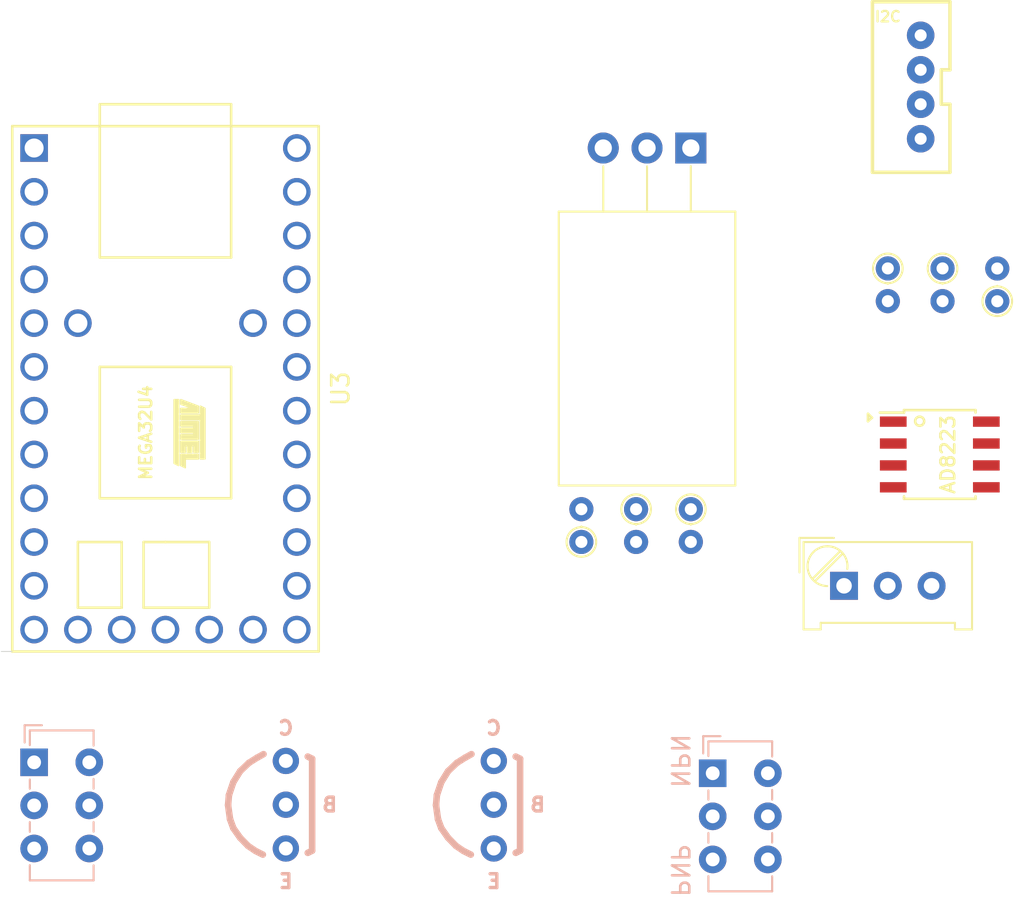
<source format=kicad_pcb>
(kicad_pcb (version 20171130) (host pcbnew "(5.1.5-0-10_14)")

  (general
    (thickness 1.6)
    (drawings 7)
    (tracks 0)
    (zones 0)
    (modules 15)
    (nets 42)
  )

  (page A4)
  (layers
    (0 F.Cu signal)
    (31 B.Cu signal)
    (32 B.Adhes user)
    (33 F.Adhes user)
    (34 B.Paste user)
    (35 F.Paste user)
    (36 B.SilkS user)
    (37 F.SilkS user)
    (38 B.Mask user)
    (39 F.Mask user)
    (40 Dwgs.User user)
    (41 Cmts.User user)
    (42 Eco1.User user)
    (43 Eco2.User user)
    (44 Edge.Cuts user)
    (45 Margin user)
    (46 B.CrtYd user)
    (47 F.CrtYd user)
    (48 B.Fab user)
    (49 F.Fab user)
  )

  (setup
    (last_trace_width 0.25)
    (trace_clearance 0.2)
    (zone_clearance 0.508)
    (zone_45_only no)
    (trace_min 0.2)
    (via_size 0.8)
    (via_drill 0.4)
    (via_min_size 0.4)
    (via_min_drill 0.3)
    (uvia_size 0.3)
    (uvia_drill 0.1)
    (uvias_allowed no)
    (uvia_min_size 0.2)
    (uvia_min_drill 0.1)
    (edge_width 0.05)
    (segment_width 0.2)
    (pcb_text_width 0.3)
    (pcb_text_size 1.5 1.5)
    (mod_edge_width 0.12)
    (mod_text_size 1 1)
    (mod_text_width 0.15)
    (pad_size 1.524 1.524)
    (pad_drill 0.762)
    (pad_to_mask_clearance 0.051)
    (solder_mask_min_width 0.25)
    (aux_axis_origin 0 0)
    (visible_elements FFFFFF7F)
    (pcbplotparams
      (layerselection 0x010fc_ffffffff)
      (usegerberextensions false)
      (usegerberattributes false)
      (usegerberadvancedattributes false)
      (creategerberjobfile false)
      (excludeedgelayer true)
      (linewidth 0.100000)
      (plotframeref false)
      (viasonmask false)
      (mode 1)
      (useauxorigin false)
      (hpglpennumber 1)
      (hpglpenspeed 20)
      (hpglpendiameter 15.000000)
      (psnegative false)
      (psa4output false)
      (plotreference true)
      (plotvalue true)
      (plotinvisibletext false)
      (padsonsilk false)
      (subtractmaskfromsilk false)
      (outputformat 1)
      (mirror false)
      (drillshape 1)
      (scaleselection 1)
      (outputdirectory ""))
  )

  (net 0 "")
  (net 1 VREF)
  (net 2 GND)
  (net 3 "Net-(Q1-Pad3)")
  (net 4 VA)
  (net 5 VB)
  (net 6 "Net-(R3-Pad1)")
  (net 7 "Net-(R3-Pad2)")
  (net 8 "Net-(RV1-Pad2)")
  (net 9 "Net-(SW2-Pad2)")
  (net 10 "Net-(SW2-Pad5)")
  (net 11 AOUT)
  (net 12 SCL)
  (net 13 SDA)
  (net 14 +5V)
  (net 15 "Net-(R1-Pad2)")
  (net 16 "Net-(R4-Pad1)")
  (net 17 "Net-(U3-Pad30)")
  (net 18 "Net-(U3-Pad27)")
  (net 19 "Net-(U3-Pad26)")
  (net 20 "Net-(U3-Pad25)")
  (net 21 "Net-(U3-Pad24)")
  (net 22 "Net-(U3-Pad23)")
  (net 23 "Net-(U3-Pad22)")
  (net 24 "Net-(U3-Pad21)")
  (net 25 "Net-(U3-Pad20)")
  (net 26 "Net-(U3-Pad19)")
  (net 27 "Net-(U3-Pad18)")
  (net 28 "Net-(U3-Pad17)")
  (net 29 "Net-(U3-Pad16)")
  (net 30 "Net-(U3-Pad14)")
  (net 31 "Net-(U3-Pad13)")
  (net 32 "Net-(U3-Pad12)")
  (net 33 "Net-(U3-Pad11)")
  (net 34 "Net-(U3-Pad10)")
  (net 35 "Net-(U3-Pad9)")
  (net 36 "Net-(U3-Pad8)")
  (net 37 "Net-(U3-Pad7)")
  (net 38 "Net-(U3-Pad4)")
  (net 39 "Net-(U3-Pad3)")
  (net 40 "Net-(U3-Pad2)")
  (net 41 "Net-(U3-Pad15)")

  (net_class Default "This is the default net class."
    (clearance 0.2)
    (trace_width 0.25)
    (via_dia 0.8)
    (via_drill 0.4)
    (uvia_dia 0.3)
    (uvia_drill 0.1)
    (add_net +5V)
    (add_net AOUT)
    (add_net GND)
    (add_net "Net-(Q1-Pad3)")
    (add_net "Net-(R1-Pad2)")
    (add_net "Net-(R3-Pad1)")
    (add_net "Net-(R3-Pad2)")
    (add_net "Net-(R4-Pad1)")
    (add_net "Net-(RV1-Pad2)")
    (add_net "Net-(SW2-Pad2)")
    (add_net "Net-(SW2-Pad5)")
    (add_net "Net-(U3-Pad10)")
    (add_net "Net-(U3-Pad11)")
    (add_net "Net-(U3-Pad12)")
    (add_net "Net-(U3-Pad13)")
    (add_net "Net-(U3-Pad14)")
    (add_net "Net-(U3-Pad15)")
    (add_net "Net-(U3-Pad16)")
    (add_net "Net-(U3-Pad17)")
    (add_net "Net-(U3-Pad18)")
    (add_net "Net-(U3-Pad19)")
    (add_net "Net-(U3-Pad2)")
    (add_net "Net-(U3-Pad20)")
    (add_net "Net-(U3-Pad21)")
    (add_net "Net-(U3-Pad22)")
    (add_net "Net-(U3-Pad23)")
    (add_net "Net-(U3-Pad24)")
    (add_net "Net-(U3-Pad25)")
    (add_net "Net-(U3-Pad26)")
    (add_net "Net-(U3-Pad27)")
    (add_net "Net-(U3-Pad3)")
    (add_net "Net-(U3-Pad30)")
    (add_net "Net-(U3-Pad4)")
    (add_net "Net-(U3-Pad7)")
    (add_net "Net-(U3-Pad8)")
    (add_net "Net-(U3-Pad9)")
    (add_net SCL)
    (add_net SDA)
    (add_net VA)
    (add_net VB)
    (add_net VREF)
  )

  (module teensy:Teensy2.0 (layer F.Cu) (tedit 5D5219BD) (tstamp 5E76F2A1)
    (at 93.345 41.91 270)
    (descr 11)
    (path /5E786984)
    (fp_text reference U3 (at 0 -10.16 90) (layer F.SilkS)
      (effects (font (size 1 1) (thickness 0.15)))
    )
    (fp_text value "Teensy2.0_(Arduino)" (at -10.795 -27.305 90) (layer F.Fab) hide
      (effects (font (size 1 1) (thickness 0.15)))
    )
    (fp_text user MEGA32U4 (at 2.54 1.143 90) (layer F.SilkS)
      (effects (font (size 0.7 0.7) (thickness 0.15)))
    )
    (fp_poly (pts (xy 0.635 -0.762) (xy 4.445 -0.762) (xy 4.318 -0.508) (xy 0.635 -0.508)) (layer F.SilkS) (width 0.1))
    (fp_poly (pts (xy 1.397 -0.889) (xy 1.397 -1.905) (xy 1.016 -1.905) (xy 0.635 -0.889)
      (xy 0.889 -0.889) (xy 1.143 -1.651) (xy 1.143 -0.889)) (layer F.SilkS) (width 0.1))
    (fp_poly (pts (xy 4.064 -2.032) (xy 1.778 -2.032) (xy 1.778 -0.889) (xy 1.524 -0.889)
      (xy 1.524 -2.032) (xy 1.016 -2.032) (xy 1.143 -2.286) (xy 4.064 -2.286)) (layer F.SilkS) (width 0.1))
    (fp_poly (pts (xy 2.921 -0.889) (xy 2.921 -1.905) (xy 1.905 -1.905) (xy 1.905 -0.889)
      (xy 2.159 -0.889) (xy 2.159 -1.651) (xy 2.286 -1.651) (xy 2.286 -0.889)
      (xy 2.54 -0.889) (xy 2.54 -1.651) (xy 2.667 -1.651) (xy 2.667 -0.889)) (layer F.SilkS) (width 0.1))
    (fp_poly (pts (xy 3.81 -1.905) (xy 3.81 -0.889) (xy 4.445 -0.889) (xy 4.572 -1.143)
      (xy 4.064 -1.143) (xy 4.064 -1.905)) (layer F.SilkS) (width 0.1))
    (fp_poly (pts (xy 3.048 -1.905) (xy 3.683 -1.905) (xy 3.683 -1.651) (xy 3.302 -1.651)
      (xy 3.302 -1.524) (xy 3.683 -1.524) (xy 3.683 -1.27) (xy 3.302 -1.27)
      (xy 3.302 -1.143) (xy 3.683 -1.143) (xy 3.683 -0.889) (xy 3.048 -0.889)) (layer F.SilkS) (width 0.1))
    (fp_line (start -15.24 8.89) (end -15.24 -8.89) (layer F.SilkS) (width 0.15))
    (fp_line (start 15.24 8.89) (end -15.24 8.89) (layer F.SilkS) (width 0.15))
    (fp_line (start 15.24 -8.89) (end 15.24 8.89) (layer F.SilkS) (width 0.15))
    (fp_line (start -15.24 -8.89) (end 15.24 -8.89) (layer F.SilkS) (width 0.15))
    (fp_line (start -7.62 -3.81) (end -7.62 3.81) (layer F.SilkS) (width 0.15))
    (fp_line (start -16.51 -3.81) (end -7.62 -3.81) (layer F.SilkS) (width 0.15))
    (fp_line (start -16.51 3.81) (end -16.51 -3.81) (layer F.SilkS) (width 0.15))
    (fp_line (start -7.62 3.81) (end -16.51 3.81) (layer F.SilkS) (width 0.15))
    (fp_line (start -1.27 -3.81) (end -1.27 3.81) (layer F.SilkS) (width 0.15))
    (fp_line (start 6.35 -3.81) (end -1.27 -3.81) (layer F.SilkS) (width 0.15))
    (fp_line (start 6.35 3.81) (end 6.35 -3.81) (layer F.SilkS) (width 0.15))
    (fp_line (start -1.27 3.81) (end 6.35 3.81) (layer F.SilkS) (width 0.15))
    (fp_line (start 12.7 1.27) (end 12.7 -2.54) (layer F.SilkS) (width 0.15))
    (fp_line (start 8.89 1.27) (end 12.7 1.27) (layer F.SilkS) (width 0.15))
    (fp_line (start 8.89 0) (end 8.89 1.27) (layer F.SilkS) (width 0.15))
    (fp_line (start 8.89 -2.54) (end 8.89 0) (layer F.SilkS) (width 0.15))
    (fp_line (start 12.7 -2.54) (end 8.89 -2.54) (layer F.SilkS) (width 0.15))
    (fp_line (start 12.7 5.08) (end 12.7 2.54) (layer F.SilkS) (width 0.15))
    (fp_line (start 8.89 5.08) (end 12.7 5.08) (layer F.SilkS) (width 0.15))
    (fp_line (start 8.89 2.54) (end 8.89 5.08) (layer F.SilkS) (width 0.15))
    (fp_line (start 12.7 2.54) (end 8.89 2.54) (layer F.SilkS) (width 0.15))
    (pad 31 thru_hole circle (at -3.81 -5.08 270) (size 1.6 1.6) (drill 1.1) (layers *.Cu *.Mask)
      (net 1 VREF))
    (pad 30 thru_hole circle (at -3.81 5.08 270) (size 1.6 1.6) (drill 1.1) (layers *.Cu *.Mask)
      (net 17 "Net-(U3-Pad30)"))
    (pad 29 thru_hole circle (at -13.97 -7.62 270) (size 1.6 1.6) (drill 1.1) (layers *.Cu *.Mask)
      (net 14 +5V))
    (pad 28 thru_hole circle (at -11.43 -7.62 270) (size 1.6 1.6) (drill 1.1) (layers *.Cu *.Mask)
      (net 11 AOUT))
    (pad 27 thru_hole circle (at -8.89 -7.62 270) (size 1.6 1.6) (drill 1.1) (layers *.Cu *.Mask)
      (net 18 "Net-(U3-Pad27)"))
    (pad 26 thru_hole circle (at -6.35 -7.62 270) (size 1.6 1.6) (drill 1.1) (layers *.Cu *.Mask)
      (net 19 "Net-(U3-Pad26)"))
    (pad 25 thru_hole circle (at -3.81 -7.62 270) (size 1.6 1.6) (drill 1.1) (layers *.Cu *.Mask)
      (net 20 "Net-(U3-Pad25)"))
    (pad 24 thru_hole circle (at -1.27 -7.62 270) (size 1.6 1.6) (drill 1.1) (layers *.Cu *.Mask)
      (net 21 "Net-(U3-Pad24)"))
    (pad 23 thru_hole circle (at 1.27 -7.62 270) (size 1.6 1.6) (drill 1.1) (layers *.Cu *.Mask)
      (net 22 "Net-(U3-Pad23)"))
    (pad 22 thru_hole circle (at 3.81 -7.62 270) (size 1.6 1.6) (drill 1.1) (layers *.Cu *.Mask)
      (net 23 "Net-(U3-Pad22)"))
    (pad 21 thru_hole circle (at 6.35 -7.62 270) (size 1.6 1.6) (drill 1.1) (layers *.Cu *.Mask)
      (net 24 "Net-(U3-Pad21)"))
    (pad 20 thru_hole circle (at 8.89 -7.62 270) (size 1.6 1.6) (drill 1.1) (layers *.Cu *.Mask)
      (net 25 "Net-(U3-Pad20)"))
    (pad 19 thru_hole circle (at 11.43 -7.62 270) (size 1.6 1.6) (drill 1.1) (layers *.Cu *.Mask)
      (net 26 "Net-(U3-Pad19)"))
    (pad 18 thru_hole circle (at 13.97 -7.62 270) (size 1.6 1.6) (drill 1.1) (layers *.Cu *.Mask)
      (net 27 "Net-(U3-Pad18)"))
    (pad 17 thru_hole circle (at 13.97 -5.08 270) (size 1.6 1.6) (drill 1.1) (layers *.Cu *.Mask)
      (net 28 "Net-(U3-Pad17)"))
    (pad 16 thru_hole circle (at 13.97 -2.54 270) (size 1.6 1.6) (drill 1.1) (layers *.Cu *.Mask)
      (net 29 "Net-(U3-Pad16)"))
    (pad 14 thru_hole circle (at 13.97 2.54 270) (size 1.6 1.6) (drill 1.1) (layers *.Cu *.Mask)
      (net 30 "Net-(U3-Pad14)"))
    (pad 13 thru_hole circle (at 13.97 5.08 270) (size 1.6 1.6) (drill 1.1) (layers *.Cu *.Mask)
      (net 31 "Net-(U3-Pad13)"))
    (pad 12 thru_hole circle (at 13.97 7.62 270) (size 1.6 1.6) (drill 1.1) (layers *.Cu *.Mask)
      (net 32 "Net-(U3-Pad12)"))
    (pad 11 thru_hole circle (at 11.43 7.62 270) (size 1.6 1.6) (drill 1.1) (layers *.Cu *.Mask)
      (net 33 "Net-(U3-Pad11)"))
    (pad 10 thru_hole circle (at 8.89 7.62 270) (size 1.6 1.6) (drill 1.1) (layers *.Cu *.Mask)
      (net 34 "Net-(U3-Pad10)"))
    (pad 9 thru_hole circle (at 6.35 7.62 270) (size 1.6 1.6) (drill 1.1) (layers *.Cu *.Mask)
      (net 35 "Net-(U3-Pad9)"))
    (pad 8 thru_hole circle (at 3.81 7.62 270) (size 1.6 1.6) (drill 1.1) (layers *.Cu *.Mask)
      (net 36 "Net-(U3-Pad8)"))
    (pad 7 thru_hole circle (at 1.27 7.62 270) (size 1.6 1.6) (drill 1.1) (layers *.Cu *.Mask)
      (net 37 "Net-(U3-Pad7)"))
    (pad 6 thru_hole circle (at -1.27 7.62 270) (size 1.6 1.6) (drill 1.1) (layers *.Cu *.Mask)
      (net 13 SDA))
    (pad 5 thru_hole circle (at -3.81 7.62 270) (size 1.6 1.6) (drill 1.1) (layers *.Cu *.Mask)
      (net 12 SCL))
    (pad 4 thru_hole circle (at -6.35 7.62 270) (size 1.6 1.6) (drill 1.1) (layers *.Cu *.Mask)
      (net 38 "Net-(U3-Pad4)"))
    (pad 3 thru_hole circle (at -8.89 7.62 270) (size 1.6 1.6) (drill 1.1) (layers *.Cu *.Mask)
      (net 39 "Net-(U3-Pad3)"))
    (pad 2 thru_hole circle (at -11.43 7.62 270) (size 1.6 1.6) (drill 1.1) (layers *.Cu *.Mask)
      (net 40 "Net-(U3-Pad2)"))
    (pad 1 thru_hole rect (at -13.97 7.62 270) (size 1.6 1.6) (drill 1.1) (layers *.Cu *.Mask)
      (net 2 GND))
    (pad 15 thru_hole circle (at 13.97 0 270) (size 1.6 1.6) (drill 1.1) (layers *.Cu *.Mask)
      (net 41 "Net-(U3-Pad15)"))
  )

  (module KiCad/Resistors_ThroughHole.pretty:R_Axial_DIN0204_L3.6mm_D1.6mm_P1.90mm_Vertical (layer F.Cu) (tedit 5874F706) (tstamp 5E76189F)
    (at 135.255 34.925 270)
    (descr "Resistor, Axial_DIN0204 series, Axial, Vertical, pin pitch=1.9mm, 0.16666666666666666W = 1/6W, length*diameter=3.6*1.6mm^2, http://cdn-reichelt.de/documents/datenblatt/B400/1_4W%23YAG.pdf")
    (tags "Resistor Axial_DIN0204 series Axial Vertical pin pitch 1.9mm 0.16666666666666666W = 1/6W length 3.6mm diameter 1.6mm")
    (path /5E7B97AD)
    (fp_text reference R7 (at 0.95 -1.86 90) (layer F.SilkS) hide
      (effects (font (size 1 1) (thickness 0.15)))
    )
    (fp_text value 4K7 (at -1.27 0 180) (layer F.Fab)
      (effects (font (size 1 1) (thickness 0.15)))
    )
    (fp_line (start 2.95 -1.15) (end -1.15 -1.15) (layer F.CrtYd) (width 0.05))
    (fp_line (start 2.95 1.15) (end 2.95 -1.15) (layer F.CrtYd) (width 0.05))
    (fp_line (start -1.15 1.15) (end 2.95 1.15) (layer F.CrtYd) (width 0.05))
    (fp_line (start -1.15 -1.15) (end -1.15 1.15) (layer F.CrtYd) (width 0.05))
    (fp_line (start 0.86 0) (end 0.9 0) (layer F.SilkS) (width 0.12))
    (fp_line (start 0 0) (end 1.9 0) (layer F.Fab) (width 0.1))
    (fp_circle (center 0 0) (end 0.86 0) (layer F.SilkS) (width 0.12))
    (fp_circle (center 0 0) (end 0.8 0) (layer F.Fab) (width 0.1))
    (pad 2 thru_hole oval (at 1.9 0 270) (size 1.4 1.4) (drill 0.7) (layers *.Cu *.Mask)
      (net 14 +5V))
    (pad 1 thru_hole circle (at 0 0 270) (size 1.4 1.4) (drill 0.7) (layers *.Cu *.Mask)
      (net 13 SDA))
    (model ${KISYS3DMOD}/Resistors_THT.3dshapes/R_Axial_DIN0204_L3.6mm_D1.6mm_P1.90mm_Vertical.wrl
      (at (xyz 0 0 0))
      (scale (xyz 0.393701 0.393701 0.393701))
      (rotate (xyz 0 0 0))
    )
  )

  (module KiCad/Resistors_ThroughHole.pretty:R_Axial_DIN0204_L3.6mm_D1.6mm_P1.90mm_Vertical (layer F.Cu) (tedit 5874F706) (tstamp 5E761891)
    (at 138.43 34.925 270)
    (descr "Resistor, Axial_DIN0204 series, Axial, Vertical, pin pitch=1.9mm, 0.16666666666666666W = 1/6W, length*diameter=3.6*1.6mm^2, http://cdn-reichelt.de/documents/datenblatt/B400/1_4W%23YAG.pdf")
    (tags "Resistor Axial_DIN0204 series Axial Vertical pin pitch 1.9mm 0.16666666666666666W = 1/6W length 3.6mm diameter 1.6mm")
    (path /5E7A0721)
    (fp_text reference R6 (at 0.95 -1.86 90) (layer F.SilkS) hide
      (effects (font (size 1 1) (thickness 0.15)))
    )
    (fp_text value 4K7 (at -1.275 0 180) (layer F.Fab)
      (effects (font (size 1 1) (thickness 0.15)))
    )
    (fp_line (start 2.95 -1.15) (end -1.15 -1.15) (layer F.CrtYd) (width 0.05))
    (fp_line (start 2.95 1.15) (end 2.95 -1.15) (layer F.CrtYd) (width 0.05))
    (fp_line (start -1.15 1.15) (end 2.95 1.15) (layer F.CrtYd) (width 0.05))
    (fp_line (start -1.15 -1.15) (end -1.15 1.15) (layer F.CrtYd) (width 0.05))
    (fp_line (start 0.86 0) (end 0.9 0) (layer F.SilkS) (width 0.12))
    (fp_line (start 0 0) (end 1.9 0) (layer F.Fab) (width 0.1))
    (fp_circle (center 0 0) (end 0.86 0) (layer F.SilkS) (width 0.12))
    (fp_circle (center 0 0) (end 0.8 0) (layer F.Fab) (width 0.1))
    (pad 2 thru_hole oval (at 1.9 0 270) (size 1.4 1.4) (drill 0.7) (layers *.Cu *.Mask)
      (net 14 +5V))
    (pad 1 thru_hole circle (at 0 0 270) (size 1.4 1.4) (drill 0.7) (layers *.Cu *.Mask)
      (net 12 SCL))
    (model ${KISYS3DMOD}/Resistors_THT.3dshapes/R_Axial_DIN0204_L3.6mm_D1.6mm_P1.90mm_Vertical.wrl
      (at (xyz 0 0 0))
      (scale (xyz 0.393701 0.393701 0.393701))
      (rotate (xyz 0 0 0))
    )
  )

  (module KiCad/Resistors_ThroughHole.pretty:R_Axial_DIN0204_L3.6mm_D1.6mm_P1.90mm_Vertical (layer F.Cu) (tedit 5874F706) (tstamp 5E764865)
    (at 117.475 50.795 90)
    (descr "Resistor, Axial_DIN0204 series, Axial, Vertical, pin pitch=1.9mm, 0.16666666666666666W = 1/6W, length*diameter=3.6*1.6mm^2, http://cdn-reichelt.de/documents/datenblatt/B400/1_4W%23YAG.pdf")
    (tags "Resistor Axial_DIN0204 series Axial Vertical pin pitch 1.9mm 0.16666666666666666W = 1/6W length 3.6mm diameter 1.6mm")
    (path /5E74A642)
    (fp_text reference R5 (at 0.95 -1.86 90) (layer F.SilkS) hide
      (effects (font (size 1 1) (thickness 0.15)))
    )
    (fp_text value 220 (at -1.275 0 180) (layer F.Fab)
      (effects (font (size 1 1) (thickness 0.15)))
    )
    (fp_line (start 2.95 -1.15) (end -1.15 -1.15) (layer F.CrtYd) (width 0.05))
    (fp_line (start 2.95 1.15) (end 2.95 -1.15) (layer F.CrtYd) (width 0.05))
    (fp_line (start -1.15 1.15) (end 2.95 1.15) (layer F.CrtYd) (width 0.05))
    (fp_line (start -1.15 -1.15) (end -1.15 1.15) (layer F.CrtYd) (width 0.05))
    (fp_line (start 0.86 0) (end 0.9 0) (layer F.SilkS) (width 0.12))
    (fp_line (start 0 0) (end 1.9 0) (layer F.Fab) (width 0.1))
    (fp_circle (center 0 0) (end 0.86 0) (layer F.SilkS) (width 0.12))
    (fp_circle (center 0 0) (end 0.8 0) (layer F.Fab) (width 0.1))
    (pad 2 thru_hole oval (at 1.9 0 90) (size 1.4 1.4) (drill 0.7) (layers *.Cu *.Mask)
      (net 16 "Net-(R4-Pad1)"))
    (pad 1 thru_hole circle (at 0 0 90) (size 1.4 1.4) (drill 0.7) (layers *.Cu *.Mask)
      (net 2 GND))
    (model ${KISYS3DMOD}/Resistors_THT.3dshapes/R_Axial_DIN0204_L3.6mm_D1.6mm_P1.90mm_Vertical.wrl
      (at (xyz 0 0 0))
      (scale (xyz 0.393701 0.393701 0.393701))
      (rotate (xyz 0 0 0))
    )
  )

  (module KiCad/Resistors_ThroughHole.pretty:R_Axial_DIN0204_L3.6mm_D1.6mm_P1.90mm_Vertical (layer F.Cu) (tedit 5874F706) (tstamp 5E76FC34)
    (at 120.65 48.895 270)
    (descr "Resistor, Axial_DIN0204 series, Axial, Vertical, pin pitch=1.9mm, 0.16666666666666666W = 1/6W, length*diameter=3.6*1.6mm^2, http://cdn-reichelt.de/documents/datenblatt/B400/1_4W%23YAG.pdf")
    (tags "Resistor Axial_DIN0204 series Axial Vertical pin pitch 1.9mm 0.16666666666666666W = 1/6W length 3.6mm diameter 1.6mm")
    (path /5E749CF5)
    (fp_text reference R4 (at 0.95 -1.86 90) (layer F.SilkS) hide
      (effects (font (size 1 1) (thickness 0.15)))
    )
    (fp_text value 220 (at 3.175 0) (layer F.Fab)
      (effects (font (size 1 1) (thickness 0.15)))
    )
    (fp_line (start 2.95 -1.15) (end -1.15 -1.15) (layer F.CrtYd) (width 0.05))
    (fp_line (start 2.95 1.15) (end 2.95 -1.15) (layer F.CrtYd) (width 0.05))
    (fp_line (start -1.15 1.15) (end 2.95 1.15) (layer F.CrtYd) (width 0.05))
    (fp_line (start -1.15 -1.15) (end -1.15 1.15) (layer F.CrtYd) (width 0.05))
    (fp_line (start 0.86 0) (end 0.9 0) (layer F.SilkS) (width 0.12))
    (fp_line (start 0 0) (end 1.9 0) (layer F.Fab) (width 0.1))
    (fp_circle (center 0 0) (end 0.86 0) (layer F.SilkS) (width 0.12))
    (fp_circle (center 0 0) (end 0.8 0) (layer F.Fab) (width 0.1))
    (pad 2 thru_hole oval (at 1.9 0 270) (size 1.4 1.4) (drill 0.7) (layers *.Cu *.Mask)
      (net 1 VREF))
    (pad 1 thru_hole circle (at 0 0 270) (size 1.4 1.4) (drill 0.7) (layers *.Cu *.Mask)
      (net 16 "Net-(R4-Pad1)"))
    (model ${KISYS3DMOD}/Resistors_THT.3dshapes/R_Axial_DIN0204_L3.6mm_D1.6mm_P1.90mm_Vertical.wrl
      (at (xyz 0 0 0))
      (scale (xyz 0.393701 0.393701 0.393701))
      (rotate (xyz 0 0 0))
    )
  )

  (module KiCad/Resistors_ThroughHole.pretty:R_Axial_DIN0204_L3.6mm_D1.6mm_P1.90mm_Vertical (layer F.Cu) (tedit 5874F706) (tstamp 5E7651D7)
    (at 141.605 36.83 90)
    (descr "Resistor, Axial_DIN0204 series, Axial, Vertical, pin pitch=1.9mm, 0.16666666666666666W = 1/6W, length*diameter=3.6*1.6mm^2, http://cdn-reichelt.de/documents/datenblatt/B400/1_4W%23YAG.pdf")
    (tags "Resistor Axial_DIN0204 series Axial Vertical pin pitch 1.9mm 0.16666666666666666W = 1/6W length 3.6mm diameter 1.6mm")
    (path /5E748770)
    (fp_text reference R3 (at 0.95 -1.86 90) (layer F.SilkS) hide
      (effects (font (size 1 1) (thickness 0.15)))
    )
    (fp_text value 100 (at 3.175 0 180) (layer F.Fab)
      (effects (font (size 1 1) (thickness 0.15)))
    )
    (fp_line (start 2.95 -1.15) (end -1.15 -1.15) (layer F.CrtYd) (width 0.05))
    (fp_line (start 2.95 1.15) (end 2.95 -1.15) (layer F.CrtYd) (width 0.05))
    (fp_line (start -1.15 1.15) (end 2.95 1.15) (layer F.CrtYd) (width 0.05))
    (fp_line (start -1.15 -1.15) (end -1.15 1.15) (layer F.CrtYd) (width 0.05))
    (fp_line (start 0.86 0) (end 0.9 0) (layer F.SilkS) (width 0.12))
    (fp_line (start 0 0) (end 1.9 0) (layer F.Fab) (width 0.1))
    (fp_circle (center 0 0) (end 0.86 0) (layer F.SilkS) (width 0.12))
    (fp_circle (center 0 0) (end 0.8 0) (layer F.Fab) (width 0.1))
    (pad 2 thru_hole oval (at 1.9 0 90) (size 1.4 1.4) (drill 0.7) (layers *.Cu *.Mask)
      (net 7 "Net-(R3-Pad2)"))
    (pad 1 thru_hole circle (at 0 0 90) (size 1.4 1.4) (drill 0.7) (layers *.Cu *.Mask)
      (net 6 "Net-(R3-Pad1)"))
    (model ${KISYS3DMOD}/Resistors_THT.3dshapes/R_Axial_DIN0204_L3.6mm_D1.6mm_P1.90mm_Vertical.wrl
      (at (xyz 0 0 0))
      (scale (xyz 0.393701 0.393701 0.393701))
      (rotate (xyz 0 0 0))
    )
  )

  (module KiCad/Resistors_ThroughHole.pretty:R_Axial_DIN0204_L3.6mm_D1.6mm_P1.90mm_Vertical (layer F.Cu) (tedit 5874F706) (tstamp 5E76FC5B)
    (at 123.825 48.895 270)
    (descr "Resistor, Axial_DIN0204 series, Axial, Vertical, pin pitch=1.9mm, 0.16666666666666666W = 1/6W, length*diameter=3.6*1.6mm^2, http://cdn-reichelt.de/documents/datenblatt/B400/1_4W%23YAG.pdf")
    (tags "Resistor Axial_DIN0204 series Axial Vertical pin pitch 1.9mm 0.16666666666666666W = 1/6W length 3.6mm diameter 1.6mm")
    (path /5E754E85)
    (fp_text reference R1 (at 0.95 -1.86 90) (layer F.SilkS) hide
      (effects (font (size 1 1) (thickness 0.15)))
    )
    (fp_text value 10K (at 3.17 0 180) (layer F.Fab)
      (effects (font (size 1 1) (thickness 0.15)))
    )
    (fp_line (start 2.95 -1.15) (end -1.15 -1.15) (layer F.CrtYd) (width 0.05))
    (fp_line (start 2.95 1.15) (end 2.95 -1.15) (layer F.CrtYd) (width 0.05))
    (fp_line (start -1.15 1.15) (end 2.95 1.15) (layer F.CrtYd) (width 0.05))
    (fp_line (start -1.15 -1.15) (end -1.15 1.15) (layer F.CrtYd) (width 0.05))
    (fp_line (start 0.86 0) (end 0.9 0) (layer F.SilkS) (width 0.12))
    (fp_line (start 0 0) (end 1.9 0) (layer F.Fab) (width 0.1))
    (fp_circle (center 0 0) (end 0.86 0) (layer F.SilkS) (width 0.12))
    (fp_circle (center 0 0) (end 0.8 0) (layer F.Fab) (width 0.1))
    (pad 2 thru_hole oval (at 1.9 0 270) (size 1.4 1.4) (drill 0.7) (layers *.Cu *.Mask)
      (net 15 "Net-(R1-Pad2)"))
    (pad 1 thru_hole circle (at 0 0 270) (size 1.4 1.4) (drill 0.7) (layers *.Cu *.Mask)
      (net 3 "Net-(Q1-Pad3)"))
    (model ${KISYS3DMOD}/Resistors_THT.3dshapes/R_Axial_DIN0204_L3.6mm_D1.6mm_P1.90mm_Vertical.wrl
      (at (xyz 0 0 0))
      (scale (xyz 0.393701 0.393701 0.393701))
      (rotate (xyz 0 0 0))
    )
  )

  (module KiCad/TO_SOT_Packages_THT.pretty:TO-220-3_Horizontal (layer F.Cu) (tedit 58CE52AD) (tstamp 5E76FED9)
    (at 123.825 27.94 180)
    (descr "TO-220-3, Horizontal, RM 2.54mm")
    (tags "TO-220-3 Horizontal RM 2.54mm")
    (path /5E7CBCED)
    (fp_text reference U2 (at 2.54 -20.58) (layer F.SilkS) hide
      (effects (font (size 1 1) (thickness 0.15)))
    )
    (fp_text value LM317_3PinPackage (at -1.27 -11.43 90) (layer F.Fab)
      (effects (font (size 1 1) (thickness 0.15)))
    )
    (fp_circle (center 2.54 -16.66) (end 4.39 -16.66) (layer F.Fab) (width 0.1))
    (fp_line (start 7.79 -19.71) (end -2.71 -19.71) (layer F.CrtYd) (width 0.05))
    (fp_line (start 7.79 1.15) (end 7.79 -19.71) (layer F.CrtYd) (width 0.05))
    (fp_line (start -2.71 1.15) (end 7.79 1.15) (layer F.CrtYd) (width 0.05))
    (fp_line (start -2.71 -19.71) (end -2.71 1.15) (layer F.CrtYd) (width 0.05))
    (fp_line (start 5.08 -3.69) (end 5.08 -1.066) (layer F.SilkS) (width 0.12))
    (fp_line (start 2.54 -3.69) (end 2.54 -1.066) (layer F.SilkS) (width 0.12))
    (fp_line (start 0 -3.69) (end 0 -1.05) (layer F.SilkS) (width 0.12))
    (fp_line (start 7.66 -19.58) (end 7.66 -3.69) (layer F.SilkS) (width 0.12))
    (fp_line (start -2.58 -19.58) (end -2.58 -3.69) (layer F.SilkS) (width 0.12))
    (fp_line (start -2.58 -19.58) (end 7.66 -19.58) (layer F.SilkS) (width 0.12))
    (fp_line (start -2.58 -3.69) (end 7.66 -3.69) (layer F.SilkS) (width 0.12))
    (fp_line (start 5.08 -3.81) (end 5.08 0) (layer F.Fab) (width 0.1))
    (fp_line (start 2.54 -3.81) (end 2.54 0) (layer F.Fab) (width 0.1))
    (fp_line (start 0 -3.81) (end 0 0) (layer F.Fab) (width 0.1))
    (fp_line (start 7.54 -3.81) (end -2.46 -3.81) (layer F.Fab) (width 0.1))
    (fp_line (start 7.54 -13.06) (end 7.54 -3.81) (layer F.Fab) (width 0.1))
    (fp_line (start -2.46 -13.06) (end 7.54 -13.06) (layer F.Fab) (width 0.1))
    (fp_line (start -2.46 -3.81) (end -2.46 -13.06) (layer F.Fab) (width 0.1))
    (fp_line (start 7.54 -13.06) (end -2.46 -13.06) (layer F.Fab) (width 0.1))
    (fp_line (start 7.54 -19.46) (end 7.54 -13.06) (layer F.Fab) (width 0.1))
    (fp_line (start -2.46 -19.46) (end 7.54 -19.46) (layer F.Fab) (width 0.1))
    (fp_line (start -2.46 -13.06) (end -2.46 -19.46) (layer F.Fab) (width 0.1))
    (fp_text user %R (at 2.54 -20.58) (layer F.Fab) hide
      (effects (font (size 1 1) (thickness 0.15)))
    )
    (pad 3 thru_hole oval (at 5.08 0 180) (size 1.8 1.8) (drill 1) (layers *.Cu *.Mask)
      (net 14 +5V))
    (pad 2 thru_hole oval (at 2.54 0 180) (size 1.8 1.8) (drill 1) (layers *.Cu *.Mask)
      (net 1 VREF))
    (pad 1 thru_hole rect (at 0 0 180) (size 1.8 1.8) (drill 1) (layers *.Cu *.Mask)
      (net 16 "Net-(R4-Pad1)"))
    (pad 0 np_thru_hole oval (at 2.54 -16.66 180) (size 3.5 3.5) (drill 3.5) (layers *.Cu *.Mask))
    (model ${KISYS3DMOD}/TO_SOT_Packages_THT.3dshapes/TO-220-3_Horizontal.wrl
      (offset (xyz 2.539999961853027 0 0))
      (scale (xyz 0.393701 0.393701 0.393701))
      (rotate (xyz 0 0 0))
    )
  )

  (module sparkfun/SparkFun-KiCad-Libraries/Footprints/Connectors.pretty:JST-4-PTH-VERT (layer F.Cu) (tedit 200000) (tstamp 5E7648DF)
    (at 136.61136 24.40178 90)
    (descr "JST VERTICAL 4 PIN PLATED THROUGH HOLE")
    (tags "JST VERTICAL 4 PIN PLATED THROUGH HOLE")
    (path /5E7FBEF9)
    (attr virtual)
    (fp_text reference J3 (at -5.588 0.508) (layer F.SilkS) hide
      (effects (font (size 0.6096 0.6096) (thickness 0.127)))
    )
    (fp_text value I2C (at 4.08178 -1.35636 180) (layer F.SilkS)
      (effects (font (size 0.6096 0.6096) (thickness 0.127)))
    )
    (fp_text user B (at -2.89814 -1.34874 90) (layer Dwgs.User)
      (effects (font (size 0.79756 0.79756) (thickness 0.0762)))
    )
    (fp_text user Y (at 3.0988 -1.34874 90) (layer Dwgs.User)
      (effects (font (size 0.79756 0.79756) (thickness 0.0762)))
    )
    (fp_text user - (at 1.23444 -1.3843 90) (layer Dwgs.User)
      (effects (font (size 1.27 1.27) (thickness 0.1016)))
    )
    (fp_text user + (at -0.76454 -1.3843 90) (layer Dwgs.User)
      (effects (font (size 1.27 1.27) (thickness 0.1016)))
    )
    (fp_line (start 4.94792 -2.2479) (end 4.94792 2.2479) (layer F.SilkS) (width 0.2032))
    (fp_line (start -0.99822 1.74752) (end -0.99822 2.2479) (layer F.SilkS) (width 0.2032))
    (fp_line (start 0.99822 1.74752) (end 0.99822 2.2479) (layer F.SilkS) (width 0.2032))
    (fp_line (start -0.99822 1.74752) (end 0.99822 1.74752) (layer F.SilkS) (width 0.2032))
    (fp_line (start -0.99822 2.2479) (end -4.94792 2.2479) (layer F.SilkS) (width 0.2032))
    (fp_line (start 4.94792 2.2479) (end 0.99822 2.2479) (layer F.SilkS) (width 0.2032))
    (fp_line (start -4.94792 -2.2479) (end 4.94792 -2.2479) (layer F.SilkS) (width 0.2032))
    (fp_line (start -4.94792 2.2479) (end -4.94792 -2.2479) (layer F.SilkS) (width 0.2032))
    (pad 4 thru_hole circle (at 2.99974 0.54864 90) (size 1.59766 1.59766) (drill 0.6985) (layers *.Cu *.Mask)
      (net 12 SCL) (solder_mask_margin 0.1016))
    (pad 3 thru_hole circle (at 0.99822 0.54864 90) (size 1.59766 1.59766) (drill 0.6985) (layers *.Cu *.Mask)
      (net 13 SDA) (solder_mask_margin 0.1016))
    (pad 2 thru_hole circle (at -0.99822 0.54864 90) (size 1.59766 1.59766) (drill 0.6985) (layers *.Cu *.Mask)
      (net 14 +5V) (solder_mask_margin 0.1016))
    (pad 1 thru_hole circle (at -2.99974 0.54864 90) (size 1.59766 1.59766) (drill 0.6985) (layers *.Cu *.Mask)
      (net 2 GND) (solder_mask_margin 0.1016))
  )

  (module KiCad/Potentiometers.pretty:Potentiometer_Trimmer_Bourns_PV36W (layer F.Cu) (tedit 5991F6F4) (tstamp 5E76253B)
    (at 132.715 53.34)
    (descr "Spindle Trimmer Potentiometer, Bourns PV36W, http://www.bourns.com/docs/Product-Datasheets/pv36.pdf")
    (tags "Spindle Trimmer Potentiometer Bourns PV36W")
    (path /5E75B4A7)
    (fp_text reference RV1 (at 2.54 -3.66) (layer F.SilkS) hide
      (effects (font (size 1 1) (thickness 0.15)))
    )
    (fp_text value "50K TRIM" (at 2.54 3.67) (layer F.Fab) hide
      (effects (font (size 1 1) (thickness 0.15)))
    )
    (fp_arc (start -0.955 -1.14) (end -0.955 -2.295) (angle -179) (layer F.SilkS) (width 0.12))
    (fp_arc (start -0.955 -1.14) (end 0.188 -0.98) (angle -99) (layer F.SilkS) (width 0.12))
    (fp_circle (center -0.955 -1.14) (end 0.14 -1.14) (layer F.Fab) (width 0.1))
    (fp_line (start -2.225 -2.42) (end -2.225 2.41) (layer F.Fab) (width 0.1))
    (fp_line (start -2.225 2.41) (end -1.475 2.41) (layer F.Fab) (width 0.1))
    (fp_line (start -1.475 2.41) (end -1.475 2.03) (layer F.Fab) (width 0.1))
    (fp_line (start -1.475 2.03) (end 6.555 2.03) (layer F.Fab) (width 0.1))
    (fp_line (start 6.555 2.03) (end 6.555 2.41) (layer F.Fab) (width 0.1))
    (fp_line (start 6.555 2.41) (end 7.305 2.41) (layer F.Fab) (width 0.1))
    (fp_line (start 7.305 2.41) (end 7.305 -2.42) (layer F.Fab) (width 0.1))
    (fp_line (start 7.305 -2.42) (end -2.225 -2.42) (layer F.Fab) (width 0.1))
    (fp_line (start -1.786 -0.444) (end -0.259 -1.971) (layer F.Fab) (width 0.1))
    (fp_line (start -1.652 -0.31) (end -0.125 -1.837) (layer F.Fab) (width 0.1))
    (fp_line (start -2.585 -0.78) (end -2.585 -2.78) (layer F.Fab) (width 0.1))
    (fp_line (start -2.585 -2.78) (end -0.585 -2.78) (layer F.Fab) (width 0.1))
    (fp_line (start -2.345 -2.54) (end -2.345 2.53) (layer F.SilkS) (width 0.12))
    (fp_line (start -2.345 2.53) (end -1.355 2.53) (layer F.SilkS) (width 0.12))
    (fp_line (start -1.355 2.53) (end -1.355 2.15) (layer F.SilkS) (width 0.12))
    (fp_line (start -1.355 2.15) (end 6.435 2.15) (layer F.SilkS) (width 0.12))
    (fp_line (start 6.435 2.15) (end 6.435 2.53) (layer F.SilkS) (width 0.12))
    (fp_line (start 6.435 2.53) (end 7.425 2.53) (layer F.SilkS) (width 0.12))
    (fp_line (start 7.425 2.53) (end 7.425 -2.54) (layer F.SilkS) (width 0.12))
    (fp_line (start 7.425 -2.54) (end -2.345 -2.54) (layer F.SilkS) (width 0.12))
    (fp_line (start -1.831 -0.406) (end -0.22 -2.016) (layer F.SilkS) (width 0.12))
    (fp_line (start -1.691 -0.265) (end -0.998 -0.957) (layer F.SilkS) (width 0.12))
    (fp_line (start -0.958 -0.998) (end -0.079 -1.875) (layer F.SilkS) (width 0.12))
    (fp_line (start -2.585 -0.78) (end -2.585 -2.78) (layer F.SilkS) (width 0.12))
    (fp_line (start -2.585 -2.78) (end -0.585 -2.78) (layer F.SilkS) (width 0.12))
    (fp_line (start 7.56 2.66) (end 7.56 -2.67) (layer F.CrtYd) (width 0.05))
    (fp_line (start 7.56 -2.67) (end -2.48 -2.67) (layer F.CrtYd) (width 0.05))
    (fp_line (start -2.48 -2.67) (end -2.48 2.66) (layer F.CrtYd) (width 0.05))
    (fp_line (start -2.48 2.66) (end 7.56 2.66) (layer F.CrtYd) (width 0.05))
    (fp_text user %R (at 2.54 0) (layer F.Fab) hide
      (effects (font (size 1 1) (thickness 0.15)))
    )
    (pad 1 thru_hole rect (at 0 0 180) (size 1.62 1.62) (drill 0.9) (layers *.Cu *.Mask)
      (net 5 VB))
    (pad 2 thru_hole circle (at 2.54 0 180) (size 1.62 1.62) (drill 0.9) (layers *.Cu *.Mask)
      (net 8 "Net-(RV1-Pad2)"))
    (pad 3 thru_hole circle (at 5.08 0 180) (size 1.62 1.62) (drill 0.9) (layers *.Cu *.Mask)
      (net 4 VA))
    (model ${KISYS3DMOD}/Potentiometers.3dshapes/Potentiometer_Trimmer_Bourns_PV36W.wrl
      (at (xyz 0 0 0))
      (scale (xyz 1 1 1))
      (rotate (xyz 0 0 0))
    )
  )

  (module 4ms/4ms-kicad-lib/4ms-footprints.pretty:SOIC-8_3.9x4.9mm_Pitch1.27mm (layer F.Cu) (tedit 563510CB) (tstamp 5E761934)
    (at 138.27 45.72)
    (descr "8-Lead Plastic Small Outline (SN) - Narrow, 3.90 mm Body [SOIC] (see Microchip Packaging Specification 00000049BS.pdf)")
    (tags "SOIC 1.27")
    (path /5E744865)
    (attr smd)
    (fp_text reference U1 (at 0 -3.5) (layer F.SilkS) hide
      (effects (font (size 1 1) (thickness 0.15)))
    )
    (fp_text value AD8223 (at 0.475 0 90) (layer F.SilkS)
      (effects (font (size 0.8 0.8) (thickness 0.15)))
    )
    (fp_line (start -4.1656 -1.9304) (end -4.1656 -2.3368) (layer F.SilkS) (width 0.15))
    (fp_line (start -3.937 -2.1336) (end -4.1656 -1.9304) (layer F.SilkS) (width 0.15))
    (fp_line (start -4.1656 -2.3622) (end -3.937 -2.1336) (layer F.SilkS) (width 0.15))
    (fp_circle (center -1.1684 -1.9304) (end -0.9398 -1.8034) (layer F.SilkS) (width 0.15))
    (fp_line (start -3.75 -2.75) (end -3.75 2.75) (layer F.CrtYd) (width 0.05))
    (fp_line (start 3.75 -2.75) (end 3.75 2.75) (layer F.CrtYd) (width 0.05))
    (fp_line (start -3.75 -2.75) (end 3.75 -2.75) (layer F.CrtYd) (width 0.05))
    (fp_line (start -3.75 2.75) (end 3.75 2.75) (layer F.CrtYd) (width 0.05))
    (fp_line (start -2.075 -2.575) (end -2.075 -2.43) (layer F.SilkS) (width 0.15))
    (fp_line (start 2.075 -2.575) (end 2.075 -2.43) (layer F.SilkS) (width 0.15))
    (fp_line (start 2.075 2.575) (end 2.075 2.43) (layer F.SilkS) (width 0.15))
    (fp_line (start -2.075 2.575) (end -2.075 2.43) (layer F.SilkS) (width 0.15))
    (fp_line (start -2.075 -2.575) (end 2.075 -2.575) (layer F.SilkS) (width 0.15))
    (fp_line (start -2.075 2.575) (end 2.075 2.575) (layer F.SilkS) (width 0.15))
    (fp_line (start -2.075 -2.43) (end -3.475 -2.43) (layer F.SilkS) (width 0.15))
    (pad 1 smd rect (at -2.7 -1.905) (size 1.55 0.6) (layers F.Cu F.Paste F.Mask)
      (net 7 "Net-(R3-Pad2)"))
    (pad 2 smd rect (at -2.7 -0.635) (size 1.55 0.6) (layers F.Cu F.Paste F.Mask)
      (net 10 "Net-(SW2-Pad5)"))
    (pad 3 smd rect (at -2.7 0.635) (size 1.55 0.6) (layers F.Cu F.Paste F.Mask)
      (net 9 "Net-(SW2-Pad2)"))
    (pad 4 smd rect (at -2.7 1.905) (size 1.55 0.6) (layers F.Cu F.Paste F.Mask)
      (net 2 GND))
    (pad 5 smd rect (at 2.7 1.905) (size 1.55 0.6) (layers F.Cu F.Paste F.Mask)
      (net 1 VREF))
    (pad 6 smd rect (at 2.7 0.635) (size 1.55 0.6) (layers F.Cu F.Paste F.Mask)
      (net 11 AOUT))
    (pad 7 smd rect (at 2.7 -0.635) (size 1.55 0.6) (layers F.Cu F.Paste F.Mask)
      (net 14 +5V))
    (pad 8 smd rect (at 2.7 -1.905) (size 1.55 0.6) (layers F.Cu F.Paste F.Mask)
      (net 6 "Net-(R3-Pad1)"))
    (model Housings_SOIC.3dshapes/SOIC-8_3.9x4.9mm_Pitch1.27mm.wrl
      (at (xyz 0 0 0))
      (scale (xyz 1 1 1))
      (rotate (xyz 0 0 0))
    )
  )

  (module transistor_matcher:BJT_Slot (layer B.Cu) (tedit 5E744AB9) (tstamp 5E761824)
    (at 100.33 66.04 180)
    (descr "TO-92 Bipolar inline wide Drill 0,8mm CBE")
    (tags "TO-92 Bipolar inline wide Drill 0,8mm CBE")
    (path /5E74DF82)
    (fp_text reference Q1 (at 5.08 0 180) (layer B.SilkS) hide
      (effects (font (size 0.8 0.8) (thickness 0.2)) (justify mirror))
    )
    (fp_text value 2N3904 (at 1.905 0 270) (layer B.SilkS) hide
      (effects (font (size 0.8 0.8) (thickness 0.2)) (justify mirror))
    )
    (fp_line (start -1.524 -2.667) (end -1.27 -2.794) (layer B.SilkS) (width 0.381))
    (fp_line (start -1.524 2.667) (end -1.27 2.794) (layer B.SilkS) (width 0.381))
    (fp_line (start 1.2954 2.9337) (end 1.6637 2.7305) (layer B.SilkS) (width 0.381))
    (fp_line (start 1.6637 2.7305) (end 2.1463 2.4257) (layer B.SilkS) (width 0.381))
    (fp_line (start 2.1463 2.4257) (end 2.6543 1.9431) (layer B.SilkS) (width 0.381))
    (fp_line (start 2.6543 1.9431) (end 3.048 1.3081) (layer B.SilkS) (width 0.381))
    (fp_line (start 3.048 1.3081) (end 3.302 0.5588) (layer B.SilkS) (width 0.381))
    (fp_line (start 3.302 0.5588) (end 3.3528 -0.0254) (layer B.SilkS) (width 0.381))
    (fp_line (start 3.3528 -0.0254) (end 3.2385 -0.8382) (layer B.SilkS) (width 0.381))
    (fp_line (start 3.2385 -0.8382) (end 3.048 -1.3589) (layer B.SilkS) (width 0.381))
    (fp_line (start 3.048 -1.3589) (end 2.6543 -1.9177) (layer B.SilkS) (width 0.381))
    (fp_line (start 2.6543 -1.9177) (end 2.1971 -2.3876) (layer B.SilkS) (width 0.381))
    (fp_line (start 2.1971 -2.3876) (end 1.7653 -2.6797) (layer B.SilkS) (width 0.381))
    (fp_line (start 1.7653 -2.6797) (end 1.3335 -2.8956) (layer B.SilkS) (width 0.381))
    (fp_text user E (at 0 -4.445) (layer B.SilkS)
      (effects (font (size 0.8 0.8) (thickness 0.2)) (justify mirror))
    )
    (fp_text user B (at -2.54 0) (layer B.SilkS)
      (effects (font (size 0.8 0.8) (thickness 0.2)) (justify mirror))
    )
    (fp_text user C (at 0 4.445) (layer B.SilkS)
      (effects (font (size 0.8 0.8) (thickness 0.2)) (justify mirror))
    )
    (fp_line (start -1.524 2.667) (end -1.524 -2.667) (layer B.SilkS) (width 0.381))
    (pad 2 thru_hole circle (at 0 0 180) (size 1.524 1.524) (drill 0.8128) (layers *.Cu *.Mask)
      (net 1 VREF))
    (pad 3 thru_hole circle (at 0 -2.54 180) (size 1.524 1.524) (drill 0.8128) (layers *.Cu *.Mask)
      (net 3 "Net-(Q1-Pad3)"))
    (pad 1 thru_hole circle (at 0 2.54 180) (size 1.524 1.524) (drill 0.8128) (layers *.Cu *.Mask)
      (net 4 VA))
  )

  (module transistor_matcher:BJT_Slot (layer B.Cu) (tedit 5E744AB9) (tstamp 5E76183D)
    (at 112.395 66.04 180)
    (descr "TO-92 Bipolar inline wide Drill 0,8mm CBE")
    (tags "TO-92 Bipolar inline wide Drill 0,8mm CBE")
    (path /5E74BAA9)
    (fp_text reference Q2 (at 5.08 0 180) (layer B.SilkS) hide
      (effects (font (size 0.8 0.8) (thickness 0.2)) (justify mirror))
    )
    (fp_text value 2N3904 (at 1.905 0 270) (layer B.SilkS) hide
      (effects (font (size 0.8 0.8) (thickness 0.2)) (justify mirror))
    )
    (fp_line (start -1.524 2.667) (end -1.524 -2.667) (layer B.SilkS) (width 0.381))
    (fp_text user C (at 0 4.445) (layer B.SilkS)
      (effects (font (size 0.8 0.8) (thickness 0.2)) (justify mirror))
    )
    (fp_text user B (at -2.54 0) (layer B.SilkS)
      (effects (font (size 0.8 0.8) (thickness 0.2)) (justify mirror))
    )
    (fp_text user E (at 0 -4.445) (layer B.SilkS)
      (effects (font (size 0.8 0.8) (thickness 0.2)) (justify mirror))
    )
    (fp_line (start 1.7653 -2.6797) (end 1.3335 -2.8956) (layer B.SilkS) (width 0.381))
    (fp_line (start 2.1971 -2.3876) (end 1.7653 -2.6797) (layer B.SilkS) (width 0.381))
    (fp_line (start 2.6543 -1.9177) (end 2.1971 -2.3876) (layer B.SilkS) (width 0.381))
    (fp_line (start 3.048 -1.3589) (end 2.6543 -1.9177) (layer B.SilkS) (width 0.381))
    (fp_line (start 3.2385 -0.8382) (end 3.048 -1.3589) (layer B.SilkS) (width 0.381))
    (fp_line (start 3.3528 -0.0254) (end 3.2385 -0.8382) (layer B.SilkS) (width 0.381))
    (fp_line (start 3.302 0.5588) (end 3.3528 -0.0254) (layer B.SilkS) (width 0.381))
    (fp_line (start 3.048 1.3081) (end 3.302 0.5588) (layer B.SilkS) (width 0.381))
    (fp_line (start 2.6543 1.9431) (end 3.048 1.3081) (layer B.SilkS) (width 0.381))
    (fp_line (start 2.1463 2.4257) (end 2.6543 1.9431) (layer B.SilkS) (width 0.381))
    (fp_line (start 1.6637 2.7305) (end 2.1463 2.4257) (layer B.SilkS) (width 0.381))
    (fp_line (start 1.2954 2.9337) (end 1.6637 2.7305) (layer B.SilkS) (width 0.381))
    (fp_line (start -1.524 2.667) (end -1.27 2.794) (layer B.SilkS) (width 0.381))
    (fp_line (start -1.524 -2.667) (end -1.27 -2.794) (layer B.SilkS) (width 0.381))
    (pad 1 thru_hole circle (at 0 2.54 180) (size 1.524 1.524) (drill 0.8128) (layers *.Cu *.Mask)
      (net 5 VB))
    (pad 3 thru_hole circle (at 0 -2.54 180) (size 1.524 1.524) (drill 0.8128) (layers *.Cu *.Mask)
      (net 3 "Net-(Q1-Pad3)"))
    (pad 2 thru_hole circle (at 0 0 180) (size 1.524 1.524) (drill 0.8128) (layers *.Cu *.Mask)
      (net 1 VREF))
  )

  (module KiCad/kicad-footprints/Button_Switch_THT.pretty:SW_E-Switch_EG1271_DPDT (layer B.Cu) (tedit 5BB336EF) (tstamp 5E7618F0)
    (at 125.095 64.215 270)
    (descr "E-Switch sub miniature slide switch, EG series, DPDT, http://spec_sheets.e-switch.com/specs/P040047.pdf")
    (tags "switch DPDT")
    (path /5E77E820)
    (fp_text reference SW1 (at 2.5 1.65 270) (layer B.SilkS) hide
      (effects (font (size 1 1) (thickness 0.15)) (justify mirror))
    )
    (fp_text value SW_DPDT_x2 (at 2.5 -5 90) (layer B.SilkS) hide
      (effects (font (size 1 1) (thickness 0.15)) (justify mirror))
    )
    (fp_text user %R (at 2.5 1.65 270) (layer B.Fab) hide
      (effects (font (size 1 1) (thickness 0.15)) (justify mirror))
    )
    (fp_line (start -2 -4.25) (end -2 1.05) (layer B.CrtYd) (width 0.05))
    (fp_line (start 7 -4.25) (end -2 -4.25) (layer B.CrtYd) (width 0.05))
    (fp_line (start 7 1.05) (end 7 -4.25) (layer B.CrtYd) (width 0.05))
    (fp_line (start -2 1.05) (end 7 1.05) (layer B.CrtYd) (width 0.05))
    (fp_line (start -2.15 0.55) (end -1.15 0.55) (layer B.SilkS) (width 0.12))
    (fp_line (start -2.15 -0.45) (end -2.15 0.55) (layer B.SilkS) (width 0.12))
    (fp_line (start -1.85 -3.45) (end -1.85 0.25) (layer B.SilkS) (width 0.12))
    (fp_line (start -0.97 -3.45) (end -1.85 -3.45) (layer B.SilkS) (width 0.12))
    (fp_line (start 1.53 -3.45) (end 0.97 -3.45) (layer B.SilkS) (width 0.12))
    (fp_line (start 4.02 -3.45) (end 3.47 -3.45) (layer B.SilkS) (width 0.12))
    (fp_line (start 6.85 -3.45) (end 5.98 -3.45) (layer B.SilkS) (width 0.12))
    (fp_line (start 6.85 0.25) (end 6.85 -3.45) (layer B.SilkS) (width 0.12))
    (fp_line (start 5.97 0.25) (end 6.85 0.25) (layer B.SilkS) (width 0.12))
    (fp_line (start 3.47 0.25) (end 4.03 0.25) (layer B.SilkS) (width 0.12))
    (fp_line (start 1 0.25) (end 1.53 0.25) (layer B.SilkS) (width 0.12))
    (fp_line (start -1.85 0.25) (end -1 0.25) (layer B.SilkS) (width 0.12))
    (fp_line (start -1.75 0.15) (end -1.75 -3.35) (layer B.Fab) (width 0.1))
    (fp_line (start 6.75 -3.35) (end -1.75 -3.35) (layer B.Fab) (width 0.1))
    (fp_line (start 6.75 0.15) (end 6.75 -3.35) (layer B.Fab) (width 0.1))
    (fp_line (start -1.75 0.15) (end 6.75 0.15) (layer B.Fab) (width 0.1))
    (fp_line (start 2.15 -0.6) (end 2.15 -2.6) (layer B.Fab) (width 0.1))
    (fp_line (start 1.8 -0.6) (end 1.8 -2.6) (layer B.Fab) (width 0.1))
    (fp_line (start 1.45 -0.6) (end 1.45 -2.6) (layer B.Fab) (width 0.1))
    (fp_line (start 1.1 -0.6) (end 1.1 -2.6) (layer B.Fab) (width 0.1))
    (fp_line (start 0.75 -0.6) (end 0.75 -2.6) (layer B.Fab) (width 0.1))
    (fp_line (start 2.5 -0.6) (end 2.5 -2.6) (layer B.Fab) (width 0.1))
    (fp_line (start 0.4 -0.6) (end 0.4 -2.6) (layer B.Fab) (width 0.1))
    (fp_line (start 4.6 -2.6) (end 0.4 -2.6) (layer B.Fab) (width 0.1))
    (fp_line (start 4.6 -0.6) (end 4.6 -2.6) (layer B.Fab) (width 0.1))
    (fp_line (start 0.4 -0.6) (end 4.6 -0.6) (layer B.Fab) (width 0.1))
    (pad 6 thru_hole circle (at 5 -3.2 270) (size 1.6 1.6) (drill 0.8) (layers *.Cu *.Mask)
      (net 14 +5V))
    (pad 5 thru_hole circle (at 2.5 -3.2 270) (size 1.6 1.6) (drill 0.8) (layers *.Cu *.Mask)
      (net 8 "Net-(RV1-Pad2)"))
    (pad 4 thru_hole circle (at 0 -3.2 270) (size 1.6 1.6) (drill 0.8) (layers *.Cu *.Mask)
      (net 2 GND))
    (pad 3 thru_hole circle (at 5 0 270) (size 1.6 1.6) (drill 0.8) (layers *.Cu *.Mask)
      (net 2 GND))
    (pad 2 thru_hole circle (at 2.5 0 270) (size 1.6 1.6) (drill 0.8) (layers *.Cu *.Mask)
      (net 15 "Net-(R1-Pad2)"))
    (pad 1 thru_hole rect (at 0 0 270) (size 1.6 1.6) (drill 0.8) (layers *.Cu *.Mask)
      (net 14 +5V))
    (model ${KISYS3DMOD}/Button_Switch_THT.3dshapes/SW_E-Switch_EG1271_DPDT.wrl
      (at (xyz 0 0 0))
      (scale (xyz 1 1 1))
      (rotate (xyz 0 0 0))
    )
  )

  (module KiCad/kicad-footprints/Button_Switch_THT.pretty:SW_E-Switch_EG1271_DPDT (layer B.Cu) (tedit 5BB336EF) (tstamp 5E761919)
    (at 85.725 63.58 270)
    (descr "E-Switch sub miniature slide switch, EG series, DPDT, http://spec_sheets.e-switch.com/specs/P040047.pdf")
    (tags "switch DPDT")
    (path /5E77A327)
    (fp_text reference SW2 (at 2.5 1.65 270) (layer B.SilkS) hide
      (effects (font (size 1 1) (thickness 0.15)) (justify mirror))
    )
    (fp_text value SW_DPDT_x2 (at 2.5 -5 270) (layer B.SilkS) hide
      (effects (font (size 1 1) (thickness 0.15)) (justify mirror))
    )
    (fp_line (start 0.4 -0.6) (end 4.6 -0.6) (layer B.Fab) (width 0.1))
    (fp_line (start 4.6 -0.6) (end 4.6 -2.6) (layer B.Fab) (width 0.1))
    (fp_line (start 4.6 -2.6) (end 0.4 -2.6) (layer B.Fab) (width 0.1))
    (fp_line (start 0.4 -0.6) (end 0.4 -2.6) (layer B.Fab) (width 0.1))
    (fp_line (start 2.5 -0.6) (end 2.5 -2.6) (layer B.Fab) (width 0.1))
    (fp_line (start 0.75 -0.6) (end 0.75 -2.6) (layer B.Fab) (width 0.1))
    (fp_line (start 1.1 -0.6) (end 1.1 -2.6) (layer B.Fab) (width 0.1))
    (fp_line (start 1.45 -0.6) (end 1.45 -2.6) (layer B.Fab) (width 0.1))
    (fp_line (start 1.8 -0.6) (end 1.8 -2.6) (layer B.Fab) (width 0.1))
    (fp_line (start 2.15 -0.6) (end 2.15 -2.6) (layer B.Fab) (width 0.1))
    (fp_line (start -1.75 0.15) (end 6.75 0.15) (layer B.Fab) (width 0.1))
    (fp_line (start 6.75 0.15) (end 6.75 -3.35) (layer B.Fab) (width 0.1))
    (fp_line (start 6.75 -3.35) (end -1.75 -3.35) (layer B.Fab) (width 0.1))
    (fp_line (start -1.75 0.15) (end -1.75 -3.35) (layer B.Fab) (width 0.1))
    (fp_line (start -1.85 0.25) (end -1 0.25) (layer B.SilkS) (width 0.12))
    (fp_line (start 1 0.25) (end 1.53 0.25) (layer B.SilkS) (width 0.12))
    (fp_line (start 3.47 0.25) (end 4.03 0.25) (layer B.SilkS) (width 0.12))
    (fp_line (start 5.97 0.25) (end 6.85 0.25) (layer B.SilkS) (width 0.12))
    (fp_line (start 6.85 0.25) (end 6.85 -3.45) (layer B.SilkS) (width 0.12))
    (fp_line (start 6.85 -3.45) (end 5.98 -3.45) (layer B.SilkS) (width 0.12))
    (fp_line (start 4.02 -3.45) (end 3.47 -3.45) (layer B.SilkS) (width 0.12))
    (fp_line (start 1.53 -3.45) (end 0.97 -3.45) (layer B.SilkS) (width 0.12))
    (fp_line (start -0.97 -3.45) (end -1.85 -3.45) (layer B.SilkS) (width 0.12))
    (fp_line (start -1.85 -3.45) (end -1.85 0.25) (layer B.SilkS) (width 0.12))
    (fp_line (start -2.15 -0.45) (end -2.15 0.55) (layer B.SilkS) (width 0.12))
    (fp_line (start -2.15 0.55) (end -1.15 0.55) (layer B.SilkS) (width 0.12))
    (fp_line (start -2 1.05) (end 7 1.05) (layer B.CrtYd) (width 0.05))
    (fp_line (start 7 1.05) (end 7 -4.25) (layer B.CrtYd) (width 0.05))
    (fp_line (start 7 -4.25) (end -2 -4.25) (layer B.CrtYd) (width 0.05))
    (fp_line (start -2 -4.25) (end -2 1.05) (layer B.CrtYd) (width 0.05))
    (fp_text user %R (at 2.5 1.65 270) (layer B.Fab) hide
      (effects (font (size 1 1) (thickness 0.15)) (justify mirror))
    )
    (pad 1 thru_hole rect (at 0 0 270) (size 1.6 1.6) (drill 0.8) (layers *.Cu *.Mask)
      (net 4 VA))
    (pad 2 thru_hole circle (at 2.5 0 270) (size 1.6 1.6) (drill 0.8) (layers *.Cu *.Mask)
      (net 9 "Net-(SW2-Pad2)"))
    (pad 3 thru_hole circle (at 5 0 270) (size 1.6 1.6) (drill 0.8) (layers *.Cu *.Mask)
      (net 5 VB))
    (pad 4 thru_hole circle (at 0 -3.2 270) (size 1.6 1.6) (drill 0.8) (layers *.Cu *.Mask)
      (net 5 VB))
    (pad 5 thru_hole circle (at 2.5 -3.2 270) (size 1.6 1.6) (drill 0.8) (layers *.Cu *.Mask)
      (net 10 "Net-(SW2-Pad5)"))
    (pad 6 thru_hole circle (at 5 -3.2 270) (size 1.6 1.6) (drill 0.8) (layers *.Cu *.Mask)
      (net 4 VA))
    (model ${KISYS3DMOD}/Button_Switch_THT.3dshapes/SW_E-Switch_EG1271_DPDT.wrl
      (at (xyz 0 0 0))
      (scale (xyz 1 1 1))
      (rotate (xyz 0 0 0))
    )
  )

  (gr_line (start 83.82 56.515) (end 126.365 56.515) (layer Dwgs.User) (width 0.15) (tstamp 5E76FB7F))
  (gr_line (start 83.82 26.67) (end 83.82 56.515) (layer Dwgs.User) (width 0.15))
  (gr_line (start 126.365 26.67) (end 126.365 56.515) (layer Dwgs.User) (width 0.15) (tstamp 5E770849))
  (gr_line (start 83.82 26.67) (end 126.365 26.67) (layer Dwgs.User) (width 0.15))
  (gr_text PNP (at 123.19 69.85 270) (layer B.SilkS)
    (effects (font (size 1 1) (thickness 0.15)) (justify mirror))
  )
  (gr_text NPN (at 123.19 63.5 270) (layer B.SilkS)
    (effects (font (size 1 1) (thickness 0.15)) (justify mirror))
  )
  (gr_line (start 83.82 57.15) (end 84.455 57.15) (layer Edge.Cuts) (width 0.05) (tstamp 5E76500E))

)

</source>
